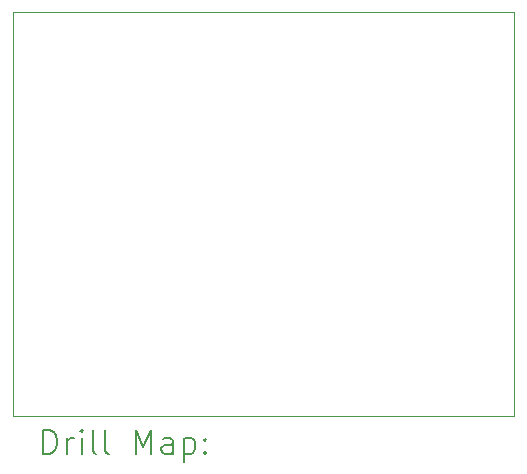
<source format=gbr>
%TF.GenerationSoftware,KiCad,Pcbnew,7.0.5*%
%TF.CreationDate,2023-11-05T09:22:55-05:00*%
%TF.ProjectId,radio,72616469-6f2e-46b6-9963-61645f706362,rev?*%
%TF.SameCoordinates,Original*%
%TF.FileFunction,Drillmap*%
%TF.FilePolarity,Positive*%
%FSLAX45Y45*%
G04 Gerber Fmt 4.5, Leading zero omitted, Abs format (unit mm)*
G04 Created by KiCad (PCBNEW 7.0.5) date 2023-11-05 09:22:55*
%MOMM*%
%LPD*%
G01*
G04 APERTURE LIST*
%ADD10C,0.100000*%
%ADD11C,0.200000*%
G04 APERTURE END LIST*
D10*
X9818370Y-6946900D02*
X14062710Y-6946900D01*
X14062710Y-10373360D01*
X9818370Y-10373360D01*
X9818370Y-6946900D01*
D11*
X10074147Y-10689844D02*
X10074147Y-10489844D01*
X10074147Y-10489844D02*
X10121766Y-10489844D01*
X10121766Y-10489844D02*
X10150337Y-10499368D01*
X10150337Y-10499368D02*
X10169385Y-10518415D01*
X10169385Y-10518415D02*
X10178909Y-10537463D01*
X10178909Y-10537463D02*
X10188433Y-10575558D01*
X10188433Y-10575558D02*
X10188433Y-10604130D01*
X10188433Y-10604130D02*
X10178909Y-10642225D01*
X10178909Y-10642225D02*
X10169385Y-10661272D01*
X10169385Y-10661272D02*
X10150337Y-10680320D01*
X10150337Y-10680320D02*
X10121766Y-10689844D01*
X10121766Y-10689844D02*
X10074147Y-10689844D01*
X10274147Y-10689844D02*
X10274147Y-10556510D01*
X10274147Y-10594606D02*
X10283671Y-10575558D01*
X10283671Y-10575558D02*
X10293194Y-10566034D01*
X10293194Y-10566034D02*
X10312242Y-10556510D01*
X10312242Y-10556510D02*
X10331290Y-10556510D01*
X10397956Y-10689844D02*
X10397956Y-10556510D01*
X10397956Y-10489844D02*
X10388433Y-10499368D01*
X10388433Y-10499368D02*
X10397956Y-10508891D01*
X10397956Y-10508891D02*
X10407480Y-10499368D01*
X10407480Y-10499368D02*
X10397956Y-10489844D01*
X10397956Y-10489844D02*
X10397956Y-10508891D01*
X10521766Y-10689844D02*
X10502718Y-10680320D01*
X10502718Y-10680320D02*
X10493194Y-10661272D01*
X10493194Y-10661272D02*
X10493194Y-10489844D01*
X10626528Y-10689844D02*
X10607480Y-10680320D01*
X10607480Y-10680320D02*
X10597956Y-10661272D01*
X10597956Y-10661272D02*
X10597956Y-10489844D01*
X10855099Y-10689844D02*
X10855099Y-10489844D01*
X10855099Y-10489844D02*
X10921766Y-10632701D01*
X10921766Y-10632701D02*
X10988433Y-10489844D01*
X10988433Y-10489844D02*
X10988433Y-10689844D01*
X11169385Y-10689844D02*
X11169385Y-10585082D01*
X11169385Y-10585082D02*
X11159861Y-10566034D01*
X11159861Y-10566034D02*
X11140814Y-10556510D01*
X11140814Y-10556510D02*
X11102718Y-10556510D01*
X11102718Y-10556510D02*
X11083671Y-10566034D01*
X11169385Y-10680320D02*
X11150337Y-10689844D01*
X11150337Y-10689844D02*
X11102718Y-10689844D01*
X11102718Y-10689844D02*
X11083671Y-10680320D01*
X11083671Y-10680320D02*
X11074147Y-10661272D01*
X11074147Y-10661272D02*
X11074147Y-10642225D01*
X11074147Y-10642225D02*
X11083671Y-10623177D01*
X11083671Y-10623177D02*
X11102718Y-10613653D01*
X11102718Y-10613653D02*
X11150337Y-10613653D01*
X11150337Y-10613653D02*
X11169385Y-10604130D01*
X11264623Y-10556510D02*
X11264623Y-10756510D01*
X11264623Y-10566034D02*
X11283671Y-10556510D01*
X11283671Y-10556510D02*
X11321766Y-10556510D01*
X11321766Y-10556510D02*
X11340813Y-10566034D01*
X11340813Y-10566034D02*
X11350337Y-10575558D01*
X11350337Y-10575558D02*
X11359861Y-10594606D01*
X11359861Y-10594606D02*
X11359861Y-10651749D01*
X11359861Y-10651749D02*
X11350337Y-10670796D01*
X11350337Y-10670796D02*
X11340813Y-10680320D01*
X11340813Y-10680320D02*
X11321766Y-10689844D01*
X11321766Y-10689844D02*
X11283671Y-10689844D01*
X11283671Y-10689844D02*
X11264623Y-10680320D01*
X11445575Y-10670796D02*
X11455099Y-10680320D01*
X11455099Y-10680320D02*
X11445575Y-10689844D01*
X11445575Y-10689844D02*
X11436052Y-10680320D01*
X11436052Y-10680320D02*
X11445575Y-10670796D01*
X11445575Y-10670796D02*
X11445575Y-10689844D01*
X11445575Y-10566034D02*
X11455099Y-10575558D01*
X11455099Y-10575558D02*
X11445575Y-10585082D01*
X11445575Y-10585082D02*
X11436052Y-10575558D01*
X11436052Y-10575558D02*
X11445575Y-10566034D01*
X11445575Y-10566034D02*
X11445575Y-10585082D01*
M02*

</source>
